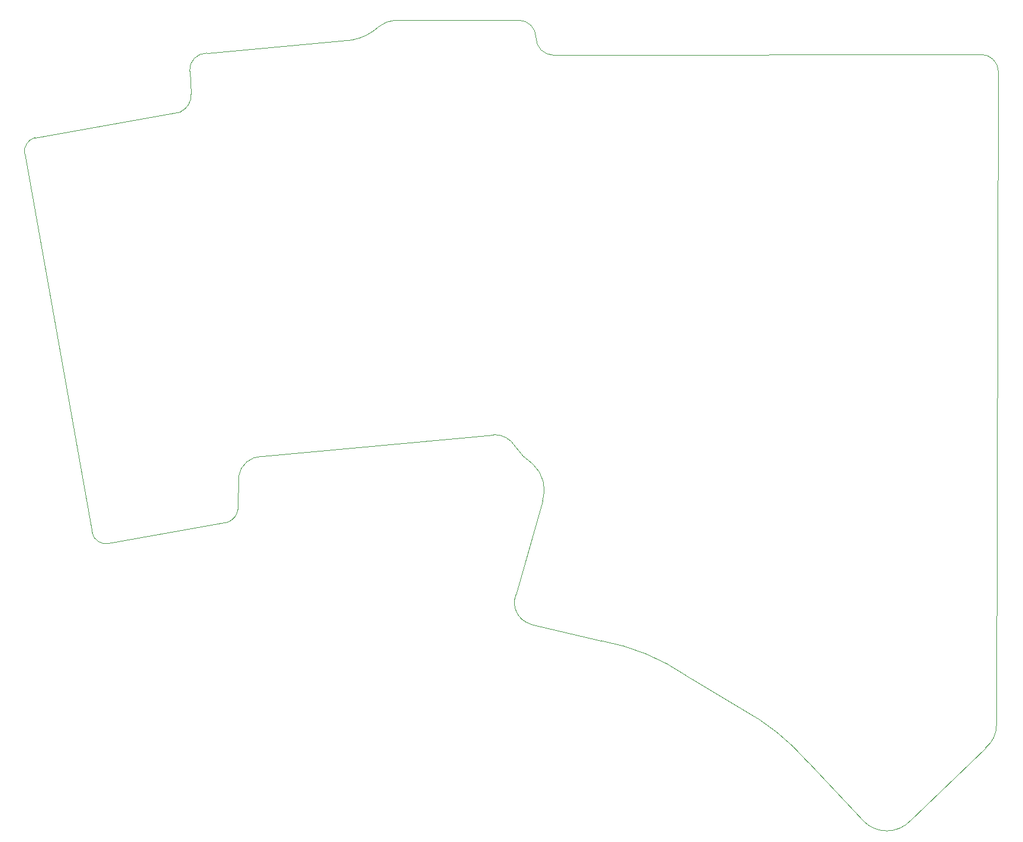
<source format=gm1>
%TF.GenerationSoftware,KiCad,Pcbnew,(6.0.7)*%
%TF.CreationDate,2022-09-04T15:55:50+05:30*%
%TF.ProjectId,burp_fart,62757270-5f66-4617-9274-2e6b69636164,rev?*%
%TF.SameCoordinates,Original*%
%TF.FileFunction,Profile,NP*%
%FSLAX46Y46*%
G04 Gerber Fmt 4.6, Leading zero omitted, Abs format (unit mm)*
G04 Created by KiCad (PCBNEW (6.0.7)) date 2022-09-04 15:55:50*
%MOMM*%
%LPD*%
G01*
G04 APERTURE LIST*
%TA.AperFunction,Profile*%
%ADD10C,0.100000*%
%TD*%
G04 APERTURE END LIST*
D10*
X90166700Y-25500000D02*
G75*
G03*
X87666742Y-23000000I-2500000J0D01*
G01*
X87300000Y-105200000D02*
X91100000Y-91800000D01*
X47600000Y-88300000D02*
X47500000Y-93000000D01*
X137002391Y-137579124D02*
X129100000Y-129200000D01*
X43100000Y-27700000D02*
X64000000Y-25800000D01*
X46100000Y-94800000D02*
X28952592Y-97872693D01*
X156337000Y-30400000D02*
G75*
G03*
X153837000Y-27900000I-2500000J0D01*
G01*
X40800000Y-33600000D02*
X40600000Y-30300000D01*
X26652591Y-96372693D02*
G75*
G03*
X28952592Y-97872693I1947409J472693D01*
G01*
X90166700Y-25500000D02*
G75*
G03*
X92670242Y-28003500I2503500J0D01*
G01*
X51000000Y-85399976D02*
G75*
G03*
X47600000Y-88300000I-27700J-3410624D01*
G01*
X18499996Y-39799986D02*
G75*
G03*
X17000000Y-42100000I472704J-1947414D01*
G01*
X154499973Y-127099965D02*
G75*
G03*
X156050253Y-123923839I-2478473J3176165D01*
G01*
X87299938Y-105199976D02*
G75*
G03*
X89400000Y-109400000I2938362J-1155824D01*
G01*
X46099994Y-94799982D02*
G75*
G03*
X47500000Y-93000000I-722994J2006782D01*
G01*
X70000000Y-23000000D02*
X87666742Y-23000000D01*
X69999999Y-22999988D02*
G75*
G03*
X67700000Y-23900000I328801J-4229112D01*
G01*
X111699996Y-116800006D02*
G75*
G03*
X99500000Y-111800000I-17851696J-26174094D01*
G01*
X18500000Y-39800000D02*
X39300000Y-36100000D01*
X156337000Y-30400000D02*
X156050253Y-123923839D01*
X87199985Y-84000009D02*
G75*
G03*
X84100000Y-82300000I-2993085J-1781491D01*
G01*
X26652592Y-96372693D02*
X17000000Y-42100000D01*
X39299999Y-36099998D02*
G75*
G03*
X40800000Y-33600000I-1059929J2335958D01*
G01*
X129100002Y-129199999D02*
G75*
G03*
X119500000Y-121500000I-25592402J-22073001D01*
G01*
X84100000Y-82300000D02*
X51000000Y-85400000D01*
X154500000Y-127100000D02*
X143800000Y-137500000D01*
X137002372Y-137579143D02*
G75*
G03*
X143800000Y-137500000I3361228J3267843D01*
G01*
X99500000Y-111800000D02*
X89400000Y-109400000D01*
X119500000Y-121500000D02*
X111700000Y-116800000D01*
X91099958Y-91799987D02*
G75*
G03*
X89700000Y-86500000I-4817458J1562387D01*
G01*
X43100000Y-27699996D02*
G75*
G03*
X40600000Y-30300000I-60600J-2443654D01*
G01*
X87200000Y-84000000D02*
G75*
G03*
X89700000Y-86500000I7266700J4766700D01*
G01*
X63999998Y-25799989D02*
G75*
G03*
X67700000Y-23900000I-1491098J7456389D01*
G01*
X153837000Y-27900000D02*
X92670242Y-28003500D01*
M02*

</source>
